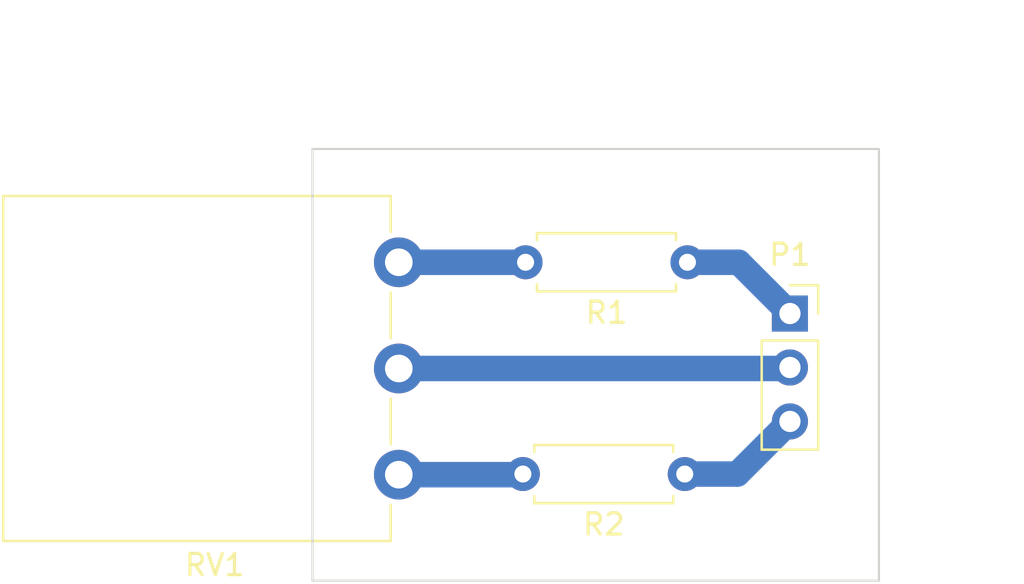
<source format=kicad_pcb>
(kicad_pcb (version 20171130) (host pcbnew 5.0.0-fee4fd1~66~ubuntu16.04.1)

  (general
    (thickness 1.6)
    (drawings 7)
    (tracks 9)
    (zones 0)
    (modules 4)
    (nets 6)
  )

  (page A4)
  (layers
    (0 F.Cu signal)
    (31 B.Cu signal)
    (32 B.Adhes user)
    (33 F.Adhes user)
    (34 B.Paste user)
    (35 F.Paste user)
    (36 B.SilkS user)
    (37 F.SilkS user)
    (38 B.Mask user)
    (39 F.Mask user)
    (40 Dwgs.User user)
    (41 Cmts.User user)
    (42 Eco1.User user)
    (43 Eco2.User user)
    (44 Edge.Cuts user)
    (45 Margin user)
    (46 B.CrtYd user)
    (47 F.CrtYd user)
    (48 B.Fab user)
    (49 F.Fab user)
  )

  (setup
    (last_trace_width 1.2)
    (trace_clearance 0.2)
    (zone_clearance 0.508)
    (zone_45_only no)
    (trace_min 0.2)
    (segment_width 0.2)
    (edge_width 0.1)
    (via_size 0.8)
    (via_drill 0.4)
    (via_min_size 0.4)
    (via_min_drill 0.3)
    (uvia_size 0.3)
    (uvia_drill 0.1)
    (uvias_allowed no)
    (uvia_min_size 0.2)
    (uvia_min_drill 0.1)
    (pcb_text_width 0.3)
    (pcb_text_size 1.5 1.5)
    (mod_edge_width 0.15)
    (mod_text_size 1 1)
    (mod_text_width 0.15)
    (pad_size 1.5 1.5)
    (pad_drill 0.6)
    (pad_to_mask_clearance 0)
    (aux_axis_origin 63.5 104.14)
    (visible_elements FFFFFF7F)
    (pcbplotparams
      (layerselection 0x00000_fffffffe)
      (usegerberextensions false)
      (usegerberattributes false)
      (usegerberadvancedattributes false)
      (creategerberjobfile false)
      (excludeedgelayer true)
      (linewidth 0.100000)
      (plotframeref false)
      (viasonmask false)
      (mode 1)
      (useauxorigin true)
      (hpglpennumber 1)
      (hpglpenspeed 20)
      (hpglpendiameter 15.000000)
      (psnegative false)
      (psa4output false)
      (plotreference true)
      (plotvalue true)
      (plotinvisibletext false)
      (padsonsilk false)
      (subtractmaskfromsilk false)
      (outputformat 1)
      (mirror false)
      (drillshape 0)
      (scaleselection 1)
      (outputdirectory "gerber/"))
  )

  (net 0 "")
  (net 1 "Net-(P1-Pad1)")
  (net 2 "Net-(P1-Pad2)")
  (net 3 "Net-(P1-Pad3)")
  (net 4 "Net-(R1-Pad2)")
  (net 5 "Net-(R2-Pad2)")

  (net_class Default "This is the default net class."
    (clearance 0.2)
    (trace_width 1.2)
    (via_dia 0.8)
    (via_drill 0.4)
    (uvia_dia 0.3)
    (uvia_drill 0.1)
    (add_net "Net-(P1-Pad1)")
    (add_net "Net-(P1-Pad2)")
    (add_net "Net-(P1-Pad3)")
    (add_net "Net-(R1-Pad2)")
    (add_net "Net-(R2-Pad2)")
  )

  (module Resistor_THT:R_Axial_DIN0207_L6.3mm_D2.5mm_P7.62mm_Horizontal (layer F.Cu) (tedit 5AE5139B) (tstamp 5BD2929D)
    (at 81.026 99.1235 180)
    (descr "Resistor, Axial_DIN0207 series, Axial, Horizontal, pin pitch=7.62mm, 0.25W = 1/4W, length*diameter=6.3*2.5mm^2, http://cdn-reichelt.de/documents/datenblatt/B400/1_4W%23YAG.pdf")
    (tags "Resistor Axial_DIN0207 series Axial Horizontal pin pitch 7.62mm 0.25W = 1/4W length 6.3mm diameter 2.5mm")
    (path /5BC4D1C5)
    (fp_text reference R2 (at 3.81 -2.37 180) (layer F.SilkS)
      (effects (font (size 1 1) (thickness 0.15)))
    )
    (fp_text value R (at 3.81 2.37 180) (layer F.Fab)
      (effects (font (size 1 1) (thickness 0.15)))
    )
    (fp_text user %R (at 3.81 0 180) (layer F.Fab)
      (effects (font (size 1 1) (thickness 0.15)))
    )
    (fp_line (start 8.67 -1.5) (end -1.05 -1.5) (layer F.CrtYd) (width 0.05))
    (fp_line (start 8.67 1.5) (end 8.67 -1.5) (layer F.CrtYd) (width 0.05))
    (fp_line (start -1.05 1.5) (end 8.67 1.5) (layer F.CrtYd) (width 0.05))
    (fp_line (start -1.05 -1.5) (end -1.05 1.5) (layer F.CrtYd) (width 0.05))
    (fp_line (start 7.08 1.37) (end 7.08 1.04) (layer F.SilkS) (width 0.12))
    (fp_line (start 0.54 1.37) (end 7.08 1.37) (layer F.SilkS) (width 0.12))
    (fp_line (start 0.54 1.04) (end 0.54 1.37) (layer F.SilkS) (width 0.12))
    (fp_line (start 7.08 -1.37) (end 7.08 -1.04) (layer F.SilkS) (width 0.12))
    (fp_line (start 0.54 -1.37) (end 7.08 -1.37) (layer F.SilkS) (width 0.12))
    (fp_line (start 0.54 -1.04) (end 0.54 -1.37) (layer F.SilkS) (width 0.12))
    (fp_line (start 7.62 0) (end 6.96 0) (layer F.Fab) (width 0.1))
    (fp_line (start 0 0) (end 0.66 0) (layer F.Fab) (width 0.1))
    (fp_line (start 6.96 -1.25) (end 0.66 -1.25) (layer F.Fab) (width 0.1))
    (fp_line (start 6.96 1.25) (end 6.96 -1.25) (layer F.Fab) (width 0.1))
    (fp_line (start 0.66 1.25) (end 6.96 1.25) (layer F.Fab) (width 0.1))
    (fp_line (start 0.66 -1.25) (end 0.66 1.25) (layer F.Fab) (width 0.1))
    (pad 2 thru_hole oval (at 7.62 0 180) (size 1.6 1.6) (drill 0.8) (layers *.Cu *.Mask)
      (net 5 "Net-(R2-Pad2)"))
    (pad 1 thru_hole circle (at 0 0 180) (size 1.6 1.6) (drill 0.8) (layers *.Cu *.Mask)
      (net 3 "Net-(P1-Pad3)"))
    (model ${KISYS3DMOD}/Resistor_THT.3dshapes/R_Axial_DIN0207_L6.3mm_D2.5mm_P7.62mm_Horizontal.wrl
      (at (xyz 0 0 0))
      (scale (xyz 1 1 1))
      (rotate (xyz 0 0 0))
    )
  )

  (module Resistor_THT:R_Axial_DIN0207_L6.3mm_D2.5mm_P7.62mm_Horizontal (layer F.Cu) (tedit 5AE5139B) (tstamp 5BD29F74)
    (at 81.153 89.154 180)
    (descr "Resistor, Axial_DIN0207 series, Axial, Horizontal, pin pitch=7.62mm, 0.25W = 1/4W, length*diameter=6.3*2.5mm^2, http://cdn-reichelt.de/documents/datenblatt/B400/1_4W%23YAG.pdf")
    (tags "Resistor Axial_DIN0207 series Axial Horizontal pin pitch 7.62mm 0.25W = 1/4W length 6.3mm diameter 2.5mm")
    (path /5BC4D184)
    (fp_text reference R1 (at 3.81 -2.37 180) (layer F.SilkS)
      (effects (font (size 1 1) (thickness 0.15)))
    )
    (fp_text value R (at 3.81 2.37 180) (layer F.Fab)
      (effects (font (size 1 1) (thickness 0.15)))
    )
    (fp_text user %R (at 3.81 0 180) (layer F.Fab)
      (effects (font (size 1 1) (thickness 0.15)))
    )
    (fp_line (start 8.67 -1.5) (end -1.05 -1.5) (layer F.CrtYd) (width 0.05))
    (fp_line (start 8.67 1.5) (end 8.67 -1.5) (layer F.CrtYd) (width 0.05))
    (fp_line (start -1.05 1.5) (end 8.67 1.5) (layer F.CrtYd) (width 0.05))
    (fp_line (start -1.05 -1.5) (end -1.05 1.5) (layer F.CrtYd) (width 0.05))
    (fp_line (start 7.08 1.37) (end 7.08 1.04) (layer F.SilkS) (width 0.12))
    (fp_line (start 0.54 1.37) (end 7.08 1.37) (layer F.SilkS) (width 0.12))
    (fp_line (start 0.54 1.04) (end 0.54 1.37) (layer F.SilkS) (width 0.12))
    (fp_line (start 7.08 -1.37) (end 7.08 -1.04) (layer F.SilkS) (width 0.12))
    (fp_line (start 0.54 -1.37) (end 7.08 -1.37) (layer F.SilkS) (width 0.12))
    (fp_line (start 0.54 -1.04) (end 0.54 -1.37) (layer F.SilkS) (width 0.12))
    (fp_line (start 7.62 0) (end 6.96 0) (layer F.Fab) (width 0.1))
    (fp_line (start 0 0) (end 0.66 0) (layer F.Fab) (width 0.1))
    (fp_line (start 6.96 -1.25) (end 0.66 -1.25) (layer F.Fab) (width 0.1))
    (fp_line (start 6.96 1.25) (end 6.96 -1.25) (layer F.Fab) (width 0.1))
    (fp_line (start 0.66 1.25) (end 6.96 1.25) (layer F.Fab) (width 0.1))
    (fp_line (start 0.66 -1.25) (end 0.66 1.25) (layer F.Fab) (width 0.1))
    (pad 2 thru_hole oval (at 7.62 0 180) (size 1.6 1.6) (drill 0.8) (layers *.Cu *.Mask)
      (net 4 "Net-(R1-Pad2)"))
    (pad 1 thru_hole circle (at 0 0 180) (size 1.6 1.6) (drill 0.8) (layers *.Cu *.Mask)
      (net 1 "Net-(P1-Pad1)"))
    (model ${KISYS3DMOD}/Resistor_THT.3dshapes/R_Axial_DIN0207_L6.3mm_D2.5mm_P7.62mm_Horizontal.wrl
      (at (xyz 0 0 0))
      (scale (xyz 1 1 1))
      (rotate (xyz 0 0 0))
    )
  )

  (module Connector_PinSocket_2.54mm:PinSocket_1x03_P2.54mm_Vertical (layer F.Cu) (tedit 5A19A429) (tstamp 5BD29D4C)
    (at 85.979 91.567)
    (descr "Through hole straight socket strip, 1x03, 2.54mm pitch, single row (from Kicad 4.0.7), script generated")
    (tags "Through hole socket strip THT 1x03 2.54mm single row")
    (path /5BC4D1F4)
    (fp_text reference P1 (at 0 -2.77) (layer F.SilkS)
      (effects (font (size 1 1) (thickness 0.15)))
    )
    (fp_text value CONN_01X03 (at 0 7.85) (layer F.Fab)
      (effects (font (size 1 1) (thickness 0.15)))
    )
    (fp_text user %R (at 0 2.54 90) (layer F.Fab)
      (effects (font (size 1 1) (thickness 0.15)))
    )
    (fp_line (start -1.8 6.85) (end -1.8 -1.8) (layer F.CrtYd) (width 0.05))
    (fp_line (start 1.75 6.85) (end -1.8 6.85) (layer F.CrtYd) (width 0.05))
    (fp_line (start 1.75 -1.8) (end 1.75 6.85) (layer F.CrtYd) (width 0.05))
    (fp_line (start -1.8 -1.8) (end 1.75 -1.8) (layer F.CrtYd) (width 0.05))
    (fp_line (start 0 -1.33) (end 1.33 -1.33) (layer F.SilkS) (width 0.12))
    (fp_line (start 1.33 -1.33) (end 1.33 0) (layer F.SilkS) (width 0.12))
    (fp_line (start 1.33 1.27) (end 1.33 6.41) (layer F.SilkS) (width 0.12))
    (fp_line (start -1.33 6.41) (end 1.33 6.41) (layer F.SilkS) (width 0.12))
    (fp_line (start -1.33 1.27) (end -1.33 6.41) (layer F.SilkS) (width 0.12))
    (fp_line (start -1.33 1.27) (end 1.33 1.27) (layer F.SilkS) (width 0.12))
    (fp_line (start -1.27 6.35) (end -1.27 -1.27) (layer F.Fab) (width 0.1))
    (fp_line (start 1.27 6.35) (end -1.27 6.35) (layer F.Fab) (width 0.1))
    (fp_line (start 1.27 -0.635) (end 1.27 6.35) (layer F.Fab) (width 0.1))
    (fp_line (start 0.635 -1.27) (end 1.27 -0.635) (layer F.Fab) (width 0.1))
    (fp_line (start -1.27 -1.27) (end 0.635 -1.27) (layer F.Fab) (width 0.1))
    (pad 3 thru_hole oval (at 0 5.08) (size 1.7 1.7) (drill 1) (layers *.Cu *.Mask)
      (net 3 "Net-(P1-Pad3)"))
    (pad 2 thru_hole oval (at 0 2.54) (size 1.7 1.7) (drill 1) (layers *.Cu *.Mask)
      (net 2 "Net-(P1-Pad2)"))
    (pad 1 thru_hole rect (at 0 0) (size 1.7 1.7) (drill 1) (layers *.Cu *.Mask)
      (net 1 "Net-(P1-Pad1)"))
    (model ${KISYS3DMOD}/Connector_PinSocket_2.54mm.3dshapes/PinSocket_1x03_P2.54mm_Vertical.wrl
      (at (xyz 0 0 0))
      (scale (xyz 1 1 1))
      (rotate (xyz 0 0 0))
    )
  )

  (module Potentiometer_THT:Potentiometer_Piher_PC-16_Single_Vertical (layer F.Cu) (tedit 5BC6353A) (tstamp 5BD27FBD)
    (at 67.564 89.154 180)
    (descr "Potentiometer, vertical, Piher PC-16 Single, http://www.piher-nacesa.com/pdf/20-PC16v03.pdf")
    (tags "Potentiometer vertical Piher PC-16 Single")
    (path /5BC4D0BE)
    (fp_text reference RV1 (at 8.665 -14.25 180) (layer F.SilkS)
      (effects (font (size 1 1) (thickness 0.15)))
    )
    (fp_text value POT (at 8.665 4.25 180) (layer F.Fab)
      (effects (font (size 1 1) (thickness 0.15)))
    )
    (fp_text user %R (at 1.5 -5 270) (layer F.Fab)
      (effects (font (size 1 1) (thickness 0.15)))
    )
    (fp_line (start 18.75 -13.25) (end -1.45 -13.25) (layer F.CrtYd) (width 0.05))
    (fp_line (start 18.75 3.25) (end 18.75 -13.25) (layer F.CrtYd) (width 0.05))
    (fp_line (start -1.45 3.25) (end 18.75 3.25) (layer F.CrtYd) (width 0.05))
    (fp_line (start -1.45 -13.25) (end -1.45 3.25) (layer F.CrtYd) (width 0.05))
    (fp_line (start 18.62 -13.12) (end 18.62 3.12) (layer F.SilkS) (width 0.12))
    (fp_line (start 0.38 1.425) (end 0.38 3.12) (layer F.SilkS) (width 0.12))
    (fp_line (start 0.38 -3.575) (end 0.38 -1.425) (layer F.SilkS) (width 0.12))
    (fp_line (start 0.38 -8.574) (end 0.38 -6.425) (layer F.SilkS) (width 0.12))
    (fp_line (start 0.38 -13.12) (end 0.38 -11.426) (layer F.SilkS) (width 0.12))
    (fp_line (start 0.38 3.12) (end 18.62 3.12) (layer F.SilkS) (width 0.12))
    (fp_line (start 0.38 -13.12) (end 18.62 -13.12) (layer F.SilkS) (width 0.12))
    (fp_line (start 18.5 -13) (end 0.5 -13) (layer F.Fab) (width 0.1))
    (fp_line (start 18.5 3) (end 18.5 -13) (layer F.Fab) (width 0.1))
    (fp_line (start 0.5 3) (end 18.5 3) (layer F.Fab) (width 0.1))
    (fp_line (start 0.5 -13) (end 0.5 3) (layer F.Fab) (width 0.1))
    (fp_circle (center 10.5 -5) (end 13.5 -5) (layer F.Fab) (width 0.1))
    (pad 1 thru_hole circle (at 0 0 180) (size 2.34 2.34) (drill 1.3) (layers *.Cu *.Mask)
      (net 4 "Net-(R1-Pad2)"))
    (pad 2 thru_hole circle (at 0 -5 180) (size 2.34 2.34) (drill 1.3) (layers *.Cu *.Mask)
      (net 2 "Net-(P1-Pad2)"))
    (pad 3 thru_hole circle (at 0 -10 180) (size 2.34 2.34) (drill 1.3) (layers *.Cu *.Mask)
      (net 5 "Net-(R2-Pad2)"))
    (model ${KISYS3DMOD}/Potentiometers_THT.3dshapes/pot.wrl
      (offset (xyz 0 0 -4))
      (scale (xyz 0.4 0.4 0.4))
      (rotate (xyz 0 0 0))
    )
  )

  (dimension 20.32 (width 0.3) (layer Dwgs.User)
    (gr_text "20,320 mm" (at 95.064 93.98 270) (layer Dwgs.User)
      (effects (font (size 1.5 1.5) (thickness 0.3)))
    )
    (feature1 (pts (xy 91.44 104.14) (xy 93.550421 104.14)))
    (feature2 (pts (xy 91.44 83.82) (xy 93.550421 83.82)))
    (crossbar (pts (xy 92.964 83.82) (xy 92.964 104.14)))
    (arrow1a (pts (xy 92.964 104.14) (xy 92.377579 103.013496)))
    (arrow1b (pts (xy 92.964 104.14) (xy 93.550421 103.013496)))
    (arrow2a (pts (xy 92.964 83.82) (xy 92.377579 84.946504)))
    (arrow2b (pts (xy 92.964 83.82) (xy 93.550421 84.946504)))
  )
  (dimension 26.67 (width 0.3) (layer Dwgs.User)
    (gr_text "26,670 mm" (at 76.835 77.91) (layer Dwgs.User)
      (effects (font (size 1.5 1.5) (thickness 0.3)))
    )
    (feature1 (pts (xy 90.17 81.026) (xy 90.17 79.423579)))
    (feature2 (pts (xy 63.5 81.026) (xy 63.5 79.423579)))
    (crossbar (pts (xy 63.5 80.01) (xy 90.17 80.01)))
    (arrow1a (pts (xy 90.17 80.01) (xy 89.043496 80.596421)))
    (arrow1b (pts (xy 90.17 80.01) (xy 89.043496 79.423579)))
    (arrow2a (pts (xy 63.5 80.01) (xy 64.626504 80.596421)))
    (arrow2b (pts (xy 63.5 80.01) (xy 64.626504 79.423579)))
  )
  (gr_line (start 90.17 83.82) (end 90.17 104.14) (layer Edge.Cuts) (width 0.1))
  (gr_line (start 63.5 83.82) (end 90.17 83.82) (layer Edge.Cuts) (width 0.1))
  (gr_line (start 63.5 104.14) (end 63.5 103.632) (layer Edge.Cuts) (width 0.1))
  (gr_line (start 90.17 104.14) (end 63.5 104.14) (layer Edge.Cuts) (width 0.1))
  (gr_line (start 63.5 103.632) (end 63.5 83.82) (layer Edge.Cuts) (width 0.1))

  (segment (start 83.566 89.154) (end 85.979 91.567) (width 1.2) (layer B.Cu) (net 1))
  (segment (start 81.153 89.154) (end 83.566 89.154) (width 1.2) (layer B.Cu) (net 1))
  (segment (start 85.932 94.154) (end 85.979 94.107) (width 1.2) (layer B.Cu) (net 2))
  (segment (start 68.072 94.154) (end 85.932 94.154) (width 1.2) (layer B.Cu) (net 2))
  (segment (start 83.5025 99.1235) (end 85.979 96.647) (width 1.2) (layer B.Cu) (net 3))
  (segment (start 81.026 99.1235) (end 83.5025 99.1235) (width 1.2) (layer B.Cu) (net 3))
  (segment (start 68.072 89.154) (end 73.533 89.154) (width 1.2) (layer B.Cu) (net 4))
  (segment (start 73.3755 99.154) (end 73.406 99.1235) (width 1.2) (layer B.Cu) (net 5))
  (segment (start 68.072 99.154) (end 73.3755 99.154) (width 1.2) (layer B.Cu) (net 5))

)

</source>
